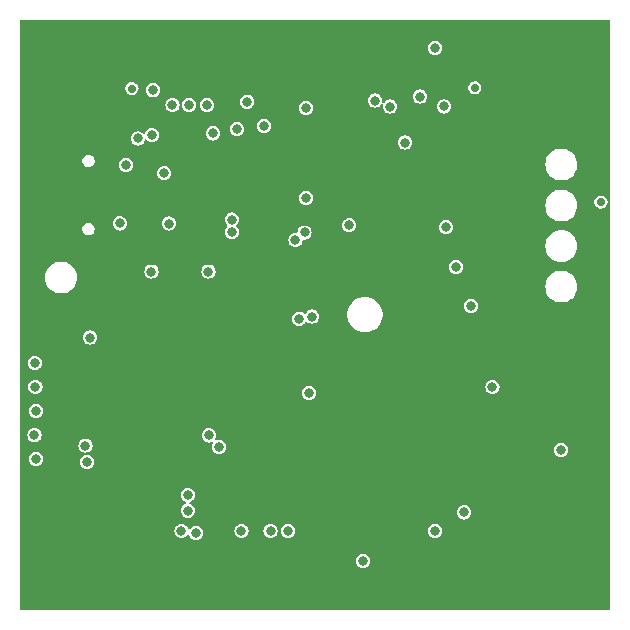
<source format=gbr>
G04 #@! TF.GenerationSoftware,KiCad,Pcbnew,(5.99.0-10394-g2e15de97e0)*
G04 #@! TF.CreationDate,2021-07-16T10:39:39+02:00*
G04 #@! TF.ProjectId,TFGPS01B,54464750-5330-4314-922e-6b696361645f,REV*
G04 #@! TF.SameCoordinates,Original*
G04 #@! TF.FileFunction,Copper,L1,Top*
G04 #@! TF.FilePolarity,Positive*
%FSLAX46Y46*%
G04 Gerber Fmt 4.6, Leading zero omitted, Abs format (unit mm)*
G04 Created by KiCad (PCBNEW (5.99.0-10394-g2e15de97e0)) date 2021-07-16 10:39:39*
%MOMM*%
%LPD*%
G01*
G04 APERTURE LIST*
G04 #@! TA.AperFunction,ComponentPad*
%ADD10C,6.000000*%
G04 #@! TD*
G04 #@! TA.AperFunction,ComponentPad*
%ADD11O,2.000000X1.000000*%
G04 #@! TD*
G04 #@! TA.AperFunction,ComponentPad*
%ADD12O,2.100000X1.050000*%
G04 #@! TD*
G04 #@! TA.AperFunction,ViaPad*
%ADD13C,0.800000*%
G04 #@! TD*
G04 #@! TA.AperFunction,ViaPad*
%ADD14C,0.700000*%
G04 #@! TD*
G04 #@! TA.AperFunction,ViaPad*
%ADD15C,0.600000*%
G04 #@! TD*
G04 APERTURE END LIST*
D10*
X45420000Y5380000D03*
X5380000Y5380000D03*
X45420000Y45420000D03*
X5380000Y45420000D03*
D11*
X2540000Y31240000D03*
X2540000Y39880000D03*
D12*
X6720000Y31240000D03*
X6720000Y39880000D03*
D13*
X19685000Y28575000D03*
X40640000Y48260000D03*
X36423600Y19812000D03*
X11430000Y12700000D03*
X18223610Y16246499D03*
X3810000Y38100000D03*
X3810000Y33020000D03*
X33426400Y23977600D03*
D14*
X34578000Y11430000D03*
D13*
X31115000Y38735000D03*
D15*
X44831000Y39624000D03*
D13*
X10160000Y9525000D03*
D14*
X35526400Y11430000D03*
D13*
X28549600Y19202400D03*
X41910000Y16510000D03*
X37388800Y28041600D03*
D14*
X32867600Y14173200D03*
D13*
X30073600Y20218400D03*
X9525000Y49530000D03*
D14*
X22961600Y14528800D03*
D13*
X16510000Y24765000D03*
D14*
X30784400Y11430000D03*
D13*
X32004000Y25400000D03*
X28448000Y20421600D03*
X31699200Y26466800D03*
D14*
X25857200Y12446000D03*
D13*
X31750000Y6985000D03*
X24130000Y44450000D03*
X11430000Y11430000D03*
X30480000Y22453600D03*
X35560000Y37465000D03*
X20747970Y28367969D03*
X31242000Y21742400D03*
D14*
X34300065Y13919200D03*
D13*
X29845000Y38735000D03*
X10160000Y8255000D03*
X33375600Y19050000D03*
X25247600Y16560800D03*
X40640000Y5080000D03*
X29667200Y23164800D03*
X15240000Y23495000D03*
X35610800Y27838400D03*
D14*
X24079200Y14427200D03*
D13*
X35356800Y21640800D03*
X29260800Y22199600D03*
D14*
X29870400Y11430000D03*
D13*
X31140400Y27381200D03*
X16510000Y21590000D03*
X32054800Y14325600D03*
X36423600Y20878800D03*
X8890000Y5080000D03*
X31115000Y37465000D03*
X27381200Y25298400D03*
X27076400Y19304000D03*
D14*
X34188400Y17475200D03*
D13*
X32715200Y24688800D03*
X17780000Y23495000D03*
X29845000Y37465000D03*
X9525000Y48260000D03*
X8890000Y2540000D03*
D15*
X43688000Y39624000D03*
D14*
X24790400Y12446000D03*
D13*
X41910000Y48260000D03*
X8890000Y3810000D03*
X35864800Y16814800D03*
X8890000Y1270000D03*
X35560000Y38735000D03*
D14*
X26568400Y14478000D03*
D13*
X37592000Y21209000D03*
X13335000Y11430000D03*
X38201600Y17780000D03*
X30861000Y40894000D03*
X28143200Y27279600D03*
X27178000Y4826000D03*
X28575000Y37465000D03*
X27482800Y26466800D03*
X29057600Y27736800D03*
X28575000Y38735000D03*
X28549600Y21488400D03*
X41275000Y6350000D03*
X36423600Y18694400D03*
D14*
X32681200Y11430000D03*
X31732800Y11430000D03*
D13*
X27686000Y24180800D03*
X3810000Y36830000D03*
D15*
X34338884Y12864203D03*
D13*
X41275000Y18415000D03*
X28575000Y44450000D03*
D15*
X39497000Y37211000D03*
D13*
X33324800Y20167600D03*
X29972000Y14325600D03*
X25857200Y11125200D03*
X3810000Y35560000D03*
X12065000Y20320000D03*
D14*
X24790400Y13716000D03*
D13*
X24130000Y45720000D03*
X30124400Y18084800D03*
X33324800Y27178000D03*
X3810000Y34290000D03*
X11430000Y8255000D03*
X35814000Y24130000D03*
X27432000Y22199600D03*
X27686000Y14732000D03*
X31013400Y14325600D03*
X38354000Y20320000D03*
X10160000Y16510000D03*
X13335000Y12700000D03*
X36830000Y37465000D03*
X24688800Y11074400D03*
X11430000Y9525000D03*
X49530000Y13970000D03*
X36830000Y38735000D03*
X28702000Y17729200D03*
X28854400Y14579600D03*
X21742400Y16052800D03*
D14*
X33477200Y18034000D03*
X21590000Y14224000D03*
D13*
X28575000Y40005000D03*
D14*
X33629600Y11430000D03*
D13*
X36525200Y17576800D03*
X28549600Y23418800D03*
X30124400Y27736800D03*
X26670000Y45720000D03*
D14*
X25806400Y13766800D03*
D13*
X28305725Y33013021D03*
X6350000Y23495000D03*
X24638000Y35306000D03*
X24638000Y42926000D03*
X24892000Y18796000D03*
X35560000Y48006000D03*
D14*
X49614001Y34967999D03*
D13*
X29464000Y4572000D03*
D14*
X9906000Y44577000D03*
D13*
X46228000Y13970000D03*
D14*
X38925500Y44640500D03*
D13*
X14626252Y8843348D03*
X36331688Y43062688D03*
X31750000Y43053000D03*
X37338000Y29464000D03*
X17272000Y14224000D03*
X6096000Y12954000D03*
X38608000Y26162000D03*
X34290000Y43903000D03*
X40424999Y19288997D03*
X14097000Y7112000D03*
X38030074Y8692139D03*
X16421990Y15212785D03*
X36499999Y32842001D03*
X5969000Y14351000D03*
X14630400Y10160000D03*
X33020000Y40005000D03*
X19177000Y7112000D03*
X35560000Y7112000D03*
X1727200Y19304000D03*
X21639041Y7101959D03*
X21082000Y41402000D03*
X11596000Y40654794D03*
X23114000Y7112000D03*
X11557000Y29083000D03*
X1676400Y21336000D03*
X1651000Y15240000D03*
X16764000Y40779989D03*
X1778000Y17272000D03*
X18796000Y41148000D03*
X13335000Y43180000D03*
X23749000Y31750000D03*
X24517223Y32390186D03*
X14732000Y43180000D03*
X16383000Y29083000D03*
X1778000Y13208000D03*
X16256000Y43180000D03*
X11684000Y44450000D03*
X19655000Y43464000D03*
X18359977Y32429000D03*
X24057948Y25091052D03*
X25146000Y25273000D03*
X18359977Y33479000D03*
X15324759Y6942759D03*
X30480000Y43561000D03*
X9398000Y38100000D03*
X8877000Y33160000D03*
X13019000Y33147000D03*
X12640000Y37410000D03*
X10400000Y40350000D03*
G04 #@! TA.AperFunction,Conductor*
G36*
X50364208Y50375178D02*
G01*
X50394648Y50322455D01*
X50396000Y50307000D01*
X50396000Y493000D01*
X50375178Y435792D01*
X50322455Y405352D01*
X50307000Y404000D01*
X493000Y404000D01*
X435792Y424822D01*
X405352Y477545D01*
X404000Y493000D01*
X404000Y4572000D01*
X28858500Y4572000D01*
X28879132Y4415285D01*
X28939622Y4269250D01*
X29035847Y4143847D01*
X29161250Y4047622D01*
X29307285Y3987132D01*
X29464000Y3966500D01*
X29620715Y3987132D01*
X29766750Y4047622D01*
X29892153Y4143847D01*
X29988378Y4269250D01*
X30048868Y4415285D01*
X30069500Y4572000D01*
X30048868Y4728715D01*
X29988378Y4874750D01*
X29892153Y5000153D01*
X29766750Y5096378D01*
X29620715Y5156868D01*
X29464000Y5177500D01*
X29307285Y5156868D01*
X29161250Y5096378D01*
X29035847Y5000153D01*
X28939622Y4874750D01*
X28879132Y4728715D01*
X28858500Y4572000D01*
X404000Y4572000D01*
X404000Y7112000D01*
X13491500Y7112000D01*
X13512132Y6955285D01*
X13572622Y6809250D01*
X13576172Y6804623D01*
X13576173Y6804622D01*
X13594565Y6780653D01*
X13668847Y6683847D01*
X13794250Y6587622D01*
X13940285Y6527132D01*
X14097000Y6506500D01*
X14253715Y6527132D01*
X14399750Y6587622D01*
X14525153Y6683847D01*
X14598260Y6779122D01*
X14649605Y6811832D01*
X14709964Y6803886D01*
X14751092Y6759002D01*
X14800381Y6640009D01*
X14803931Y6635382D01*
X14803932Y6635381D01*
X14845559Y6581132D01*
X14896606Y6514606D01*
X15022009Y6418381D01*
X15168044Y6357891D01*
X15324759Y6337259D01*
X15481474Y6357891D01*
X15627509Y6418381D01*
X15752912Y6514606D01*
X15803959Y6581132D01*
X15845586Y6635381D01*
X15845587Y6635382D01*
X15849137Y6640009D01*
X15909627Y6786044D01*
X15930259Y6942759D01*
X15909627Y7099474D01*
X15904439Y7112000D01*
X18571500Y7112000D01*
X18592132Y6955285D01*
X18652622Y6809250D01*
X18656172Y6804623D01*
X18656173Y6804622D01*
X18674565Y6780653D01*
X18748847Y6683847D01*
X18874250Y6587622D01*
X19020285Y6527132D01*
X19177000Y6506500D01*
X19333715Y6527132D01*
X19479750Y6587622D01*
X19605153Y6683847D01*
X19679435Y6780653D01*
X19697827Y6804622D01*
X19697828Y6804623D01*
X19701378Y6809250D01*
X19761868Y6955285D01*
X19781178Y7101959D01*
X21033541Y7101959D01*
X21054173Y6945244D01*
X21114663Y6799209D01*
X21118213Y6794582D01*
X21118214Y6794581D01*
X21130076Y6779122D01*
X21210888Y6673806D01*
X21215521Y6670251D01*
X21318578Y6591173D01*
X21336291Y6577581D01*
X21482326Y6517091D01*
X21639041Y6496459D01*
X21795756Y6517091D01*
X21941791Y6577581D01*
X21959505Y6591173D01*
X22062561Y6670251D01*
X22067194Y6673806D01*
X22148006Y6779122D01*
X22159868Y6794581D01*
X22159869Y6794582D01*
X22163419Y6799209D01*
X22223909Y6945244D01*
X22244541Y7101959D01*
X22243219Y7112000D01*
X22508500Y7112000D01*
X22529132Y6955285D01*
X22589622Y6809250D01*
X22593172Y6804623D01*
X22593173Y6804622D01*
X22611565Y6780653D01*
X22685847Y6683847D01*
X22811250Y6587622D01*
X22957285Y6527132D01*
X23114000Y6506500D01*
X23270715Y6527132D01*
X23416750Y6587622D01*
X23542153Y6683847D01*
X23616435Y6780653D01*
X23634827Y6804622D01*
X23634828Y6804623D01*
X23638378Y6809250D01*
X23698868Y6955285D01*
X23719500Y7112000D01*
X34954500Y7112000D01*
X34975132Y6955285D01*
X35035622Y6809250D01*
X35039172Y6804623D01*
X35039173Y6804622D01*
X35057565Y6780653D01*
X35131847Y6683847D01*
X35257250Y6587622D01*
X35403285Y6527132D01*
X35560000Y6506500D01*
X35716715Y6527132D01*
X35862750Y6587622D01*
X35988153Y6683847D01*
X36062435Y6780653D01*
X36080827Y6804622D01*
X36080828Y6804623D01*
X36084378Y6809250D01*
X36144868Y6955285D01*
X36165500Y7112000D01*
X36144868Y7268715D01*
X36084378Y7414750D01*
X36042468Y7469369D01*
X35991708Y7535520D01*
X35988153Y7540153D01*
X35971194Y7553166D01*
X35867378Y7632827D01*
X35867377Y7632828D01*
X35862750Y7636378D01*
X35716715Y7696868D01*
X35560000Y7717500D01*
X35403285Y7696868D01*
X35257250Y7636378D01*
X35252623Y7632828D01*
X35252622Y7632827D01*
X35148806Y7553166D01*
X35131847Y7540153D01*
X35128292Y7535520D01*
X35077533Y7469369D01*
X35035622Y7414750D01*
X34975132Y7268715D01*
X34954500Y7112000D01*
X23719500Y7112000D01*
X23698868Y7268715D01*
X23638378Y7414750D01*
X23596468Y7469369D01*
X23545708Y7535520D01*
X23542153Y7540153D01*
X23525194Y7553166D01*
X23421378Y7632827D01*
X23421377Y7632828D01*
X23416750Y7636378D01*
X23270715Y7696868D01*
X23114000Y7717500D01*
X22957285Y7696868D01*
X22811250Y7636378D01*
X22806623Y7632828D01*
X22806622Y7632827D01*
X22702806Y7553166D01*
X22685847Y7540153D01*
X22682292Y7535520D01*
X22631533Y7469369D01*
X22589622Y7414750D01*
X22529132Y7268715D01*
X22508500Y7112000D01*
X22243219Y7112000D01*
X22223909Y7258674D01*
X22163419Y7404709D01*
X22159850Y7409361D01*
X22070749Y7525479D01*
X22067194Y7530112D01*
X21941791Y7626337D01*
X21795756Y7686827D01*
X21639041Y7707459D01*
X21482326Y7686827D01*
X21336291Y7626337D01*
X21210888Y7530112D01*
X21207333Y7525479D01*
X21118233Y7409361D01*
X21114663Y7404709D01*
X21054173Y7258674D01*
X21033541Y7101959D01*
X19781178Y7101959D01*
X19782500Y7112000D01*
X19761868Y7268715D01*
X19701378Y7414750D01*
X19659468Y7469369D01*
X19608708Y7535520D01*
X19605153Y7540153D01*
X19588194Y7553166D01*
X19484378Y7632827D01*
X19484377Y7632828D01*
X19479750Y7636378D01*
X19333715Y7696868D01*
X19177000Y7717500D01*
X19020285Y7696868D01*
X18874250Y7636378D01*
X18869623Y7632828D01*
X18869622Y7632827D01*
X18765806Y7553166D01*
X18748847Y7540153D01*
X18745292Y7535520D01*
X18694533Y7469369D01*
X18652622Y7414750D01*
X18592132Y7268715D01*
X18571500Y7112000D01*
X15904439Y7112000D01*
X15849137Y7245509D01*
X15834899Y7264065D01*
X15756467Y7366279D01*
X15752912Y7370912D01*
X15627509Y7467137D01*
X15481474Y7527627D01*
X15324759Y7548259D01*
X15168044Y7527627D01*
X15022009Y7467137D01*
X14896606Y7370912D01*
X14893051Y7366279D01*
X14823499Y7275637D01*
X14772154Y7242927D01*
X14711795Y7250873D01*
X14670666Y7295758D01*
X14623610Y7409361D01*
X14621378Y7414750D01*
X14579468Y7469369D01*
X14528708Y7535520D01*
X14525153Y7540153D01*
X14508194Y7553166D01*
X14404378Y7632827D01*
X14404377Y7632828D01*
X14399750Y7636378D01*
X14253715Y7696868D01*
X14097000Y7717500D01*
X13940285Y7696868D01*
X13794250Y7636378D01*
X13789623Y7632828D01*
X13789622Y7632827D01*
X13685806Y7553166D01*
X13668847Y7540153D01*
X13665292Y7535520D01*
X13614533Y7469369D01*
X13572622Y7414750D01*
X13512132Y7268715D01*
X13491500Y7112000D01*
X404000Y7112000D01*
X404000Y8843348D01*
X14020752Y8843348D01*
X14041384Y8686633D01*
X14101874Y8540598D01*
X14198099Y8415195D01*
X14323502Y8318970D01*
X14469537Y8258480D01*
X14626252Y8237848D01*
X14782967Y8258480D01*
X14929002Y8318970D01*
X15054405Y8415195D01*
X15150630Y8540598D01*
X15211120Y8686633D01*
X15211845Y8692139D01*
X37424574Y8692139D01*
X37445206Y8535424D01*
X37505696Y8389389D01*
X37509246Y8384762D01*
X37509247Y8384761D01*
X37559730Y8318970D01*
X37601921Y8263986D01*
X37727324Y8167761D01*
X37873359Y8107271D01*
X38030074Y8086639D01*
X38186789Y8107271D01*
X38332824Y8167761D01*
X38458227Y8263986D01*
X38500418Y8318970D01*
X38550901Y8384761D01*
X38550902Y8384762D01*
X38554452Y8389389D01*
X38614942Y8535424D01*
X38635574Y8692139D01*
X38614942Y8848854D01*
X38554452Y8994889D01*
X38458227Y9120292D01*
X38332824Y9216517D01*
X38186789Y9277007D01*
X38030074Y9297639D01*
X37873359Y9277007D01*
X37727324Y9216517D01*
X37601921Y9120292D01*
X37505696Y8994889D01*
X37445206Y8848854D01*
X37424574Y8692139D01*
X15211845Y8692139D01*
X15231752Y8843348D01*
X15211120Y9000063D01*
X15150630Y9146098D01*
X15099321Y9212966D01*
X15057960Y9266868D01*
X15054405Y9271501D01*
X14929002Y9367726D01*
X14806206Y9418590D01*
X14761321Y9459720D01*
X14753375Y9520078D01*
X14786085Y9571424D01*
X14806206Y9583040D01*
X14810354Y9584758D01*
X14933150Y9635622D01*
X15058553Y9731847D01*
X15154778Y9857250D01*
X15215268Y10003285D01*
X15235900Y10160000D01*
X15215268Y10316715D01*
X15154778Y10462750D01*
X15058553Y10588153D01*
X14933150Y10684378D01*
X14787115Y10744868D01*
X14630400Y10765500D01*
X14473685Y10744868D01*
X14327650Y10684378D01*
X14202247Y10588153D01*
X14106022Y10462750D01*
X14045532Y10316715D01*
X14024900Y10160000D01*
X14045532Y10003285D01*
X14106022Y9857250D01*
X14202247Y9731847D01*
X14327650Y9635622D01*
X14450446Y9584758D01*
X14495331Y9543628D01*
X14503277Y9483270D01*
X14470567Y9431924D01*
X14450447Y9420309D01*
X14323502Y9367726D01*
X14198099Y9271501D01*
X14194544Y9266868D01*
X14153184Y9212966D01*
X14101874Y9146098D01*
X14041384Y9000063D01*
X14020752Y8843348D01*
X404000Y8843348D01*
X404000Y13208000D01*
X1172500Y13208000D01*
X1193132Y13051285D01*
X1253622Y12905250D01*
X1349847Y12779847D01*
X1475250Y12683622D01*
X1621285Y12623132D01*
X1778000Y12602500D01*
X1934715Y12623132D01*
X2080750Y12683622D01*
X2206153Y12779847D01*
X2302378Y12905250D01*
X2322571Y12954000D01*
X5490500Y12954000D01*
X5511132Y12797285D01*
X5571622Y12651250D01*
X5575172Y12646623D01*
X5575173Y12646622D01*
X5608445Y12603261D01*
X5667847Y12525847D01*
X5793250Y12429622D01*
X5939285Y12369132D01*
X6096000Y12348500D01*
X6252715Y12369132D01*
X6398750Y12429622D01*
X6524153Y12525847D01*
X6583555Y12603261D01*
X6616827Y12646622D01*
X6616828Y12646623D01*
X6620378Y12651250D01*
X6680868Y12797285D01*
X6701500Y12954000D01*
X6680868Y13110715D01*
X6620378Y13256750D01*
X6524153Y13382153D01*
X6444347Y13443390D01*
X6403378Y13474827D01*
X6403377Y13474828D01*
X6398750Y13478378D01*
X6252715Y13538868D01*
X6096000Y13559500D01*
X5939285Y13538868D01*
X5793250Y13478378D01*
X5788623Y13474828D01*
X5788622Y13474827D01*
X5747653Y13443390D01*
X5667847Y13382153D01*
X5571622Y13256750D01*
X5511132Y13110715D01*
X5490500Y12954000D01*
X2322571Y12954000D01*
X2362868Y13051285D01*
X2383500Y13208000D01*
X2362868Y13364715D01*
X2302378Y13510750D01*
X2280219Y13539629D01*
X2209708Y13631520D01*
X2206153Y13636153D01*
X2165627Y13667250D01*
X2085378Y13728827D01*
X2085377Y13728828D01*
X2080750Y13732378D01*
X1934715Y13792868D01*
X1778000Y13813500D01*
X1621285Y13792868D01*
X1475250Y13732378D01*
X1470623Y13728828D01*
X1470622Y13728827D01*
X1390373Y13667250D01*
X1349847Y13636153D01*
X1346292Y13631520D01*
X1275782Y13539629D01*
X1253622Y13510750D01*
X1193132Y13364715D01*
X1172500Y13208000D01*
X404000Y13208000D01*
X404000Y14351000D01*
X5363500Y14351000D01*
X5384132Y14194285D01*
X5444622Y14048250D01*
X5540847Y13922847D01*
X5666250Y13826622D01*
X5812285Y13766132D01*
X5969000Y13745500D01*
X6125715Y13766132D01*
X6271750Y13826622D01*
X6397153Y13922847D01*
X6493378Y14048250D01*
X6553868Y14194285D01*
X6574500Y14351000D01*
X6553868Y14507715D01*
X6493378Y14653750D01*
X6468498Y14686175D01*
X6400708Y14774520D01*
X6397153Y14779153D01*
X6354545Y14811847D01*
X6276378Y14871827D01*
X6276377Y14871828D01*
X6271750Y14875378D01*
X6151568Y14925159D01*
X6131106Y14933635D01*
X6125715Y14935868D01*
X5969000Y14956500D01*
X5812285Y14935868D01*
X5806894Y14933635D01*
X5786432Y14925159D01*
X5666250Y14875378D01*
X5661623Y14871828D01*
X5661622Y14871827D01*
X5583455Y14811847D01*
X5540847Y14779153D01*
X5537292Y14774520D01*
X5469503Y14686175D01*
X5444622Y14653750D01*
X5384132Y14507715D01*
X5363500Y14351000D01*
X404000Y14351000D01*
X404000Y15240000D01*
X1045500Y15240000D01*
X1066132Y15083285D01*
X1126622Y14937250D01*
X1222847Y14811847D01*
X1227480Y14808292D01*
X1305562Y14748378D01*
X1348250Y14715622D01*
X1419341Y14686175D01*
X1486449Y14658378D01*
X1494285Y14655132D01*
X1651000Y14634500D01*
X1807715Y14655132D01*
X1815552Y14658378D01*
X1882659Y14686175D01*
X1953750Y14715622D01*
X1996439Y14748378D01*
X2074520Y14808292D01*
X2079153Y14811847D01*
X2175378Y14937250D01*
X2235868Y15083285D01*
X2252917Y15212785D01*
X15816490Y15212785D01*
X15837122Y15056070D01*
X15897612Y14910035D01*
X15901162Y14905408D01*
X15901163Y14905407D01*
X15967180Y14819372D01*
X15993837Y14784632D01*
X16119240Y14688407D01*
X16265275Y14627917D01*
X16421990Y14607285D01*
X16578705Y14627917D01*
X16626031Y14647520D01*
X16636410Y14651819D01*
X16697232Y14654475D01*
X16745531Y14617413D01*
X16758708Y14557977D01*
X16748492Y14527884D01*
X16747622Y14526750D01*
X16687132Y14380715D01*
X16666500Y14224000D01*
X16687132Y14067285D01*
X16747622Y13921250D01*
X16843847Y13795847D01*
X16848480Y13792292D01*
X16926562Y13732378D01*
X16969250Y13699622D01*
X17115285Y13639132D01*
X17272000Y13618500D01*
X17428715Y13639132D01*
X17574750Y13699622D01*
X17617439Y13732378D01*
X17695520Y13792292D01*
X17700153Y13795847D01*
X17796378Y13921250D01*
X17816571Y13970000D01*
X45622500Y13970000D01*
X45643132Y13813285D01*
X45703622Y13667250D01*
X45707172Y13662623D01*
X45707173Y13662622D01*
X45740445Y13619261D01*
X45799847Y13541847D01*
X45804480Y13538292D01*
X45882562Y13478378D01*
X45925250Y13445622D01*
X46071285Y13385132D01*
X46228000Y13364500D01*
X46384715Y13385132D01*
X46530750Y13445622D01*
X46573439Y13478378D01*
X46651520Y13538292D01*
X46656153Y13541847D01*
X46715555Y13619261D01*
X46748827Y13662622D01*
X46748828Y13662623D01*
X46752378Y13667250D01*
X46812868Y13813285D01*
X46833500Y13970000D01*
X46812868Y14126715D01*
X46752378Y14272750D01*
X46656153Y14398153D01*
X46530750Y14494378D01*
X46384715Y14554868D01*
X46228000Y14575500D01*
X46071285Y14554868D01*
X45925250Y14494378D01*
X45799847Y14398153D01*
X45703622Y14272750D01*
X45643132Y14126715D01*
X45622500Y13970000D01*
X17816571Y13970000D01*
X17856868Y14067285D01*
X17877500Y14224000D01*
X17856868Y14380715D01*
X17796378Y14526750D01*
X17774219Y14555629D01*
X17703708Y14647520D01*
X17700153Y14652153D01*
X17620347Y14713390D01*
X17579378Y14744827D01*
X17579377Y14744828D01*
X17574750Y14748378D01*
X17428715Y14808868D01*
X17272000Y14829500D01*
X17115285Y14808868D01*
X17109894Y14806635D01*
X17057580Y14784966D01*
X16996758Y14782310D01*
X16948459Y14819372D01*
X16935282Y14878808D01*
X16945498Y14908901D01*
X16946368Y14910035D01*
X17006858Y15056070D01*
X17027490Y15212785D01*
X17006858Y15369500D01*
X16946368Y15515535D01*
X16850143Y15640938D01*
X16724740Y15737163D01*
X16578705Y15797653D01*
X16421990Y15818285D01*
X16265275Y15797653D01*
X16119240Y15737163D01*
X15993837Y15640938D01*
X15897612Y15515535D01*
X15837122Y15369500D01*
X15816490Y15212785D01*
X2252917Y15212785D01*
X2256500Y15240000D01*
X2235868Y15396715D01*
X2175378Y15542750D01*
X2079153Y15668153D01*
X1953750Y15764378D01*
X1807715Y15824868D01*
X1651000Y15845500D01*
X1494285Y15824868D01*
X1348250Y15764378D01*
X1222847Y15668153D01*
X1126622Y15542750D01*
X1066132Y15396715D01*
X1045500Y15240000D01*
X404000Y15240000D01*
X404000Y17272000D01*
X1172500Y17272000D01*
X1193132Y17115285D01*
X1253622Y16969250D01*
X1349847Y16843847D01*
X1475250Y16747622D01*
X1621285Y16687132D01*
X1778000Y16666500D01*
X1934715Y16687132D01*
X2080750Y16747622D01*
X2206153Y16843847D01*
X2302378Y16969250D01*
X2362868Y17115285D01*
X2383500Y17272000D01*
X2362868Y17428715D01*
X2302378Y17574750D01*
X2206153Y17700153D01*
X2080750Y17796378D01*
X1934715Y17856868D01*
X1778000Y17877500D01*
X1621285Y17856868D01*
X1475250Y17796378D01*
X1349847Y17700153D01*
X1253622Y17574750D01*
X1193132Y17428715D01*
X1172500Y17272000D01*
X404000Y17272000D01*
X404000Y19304000D01*
X1121700Y19304000D01*
X1142332Y19147285D01*
X1202822Y19001250D01*
X1206372Y18996623D01*
X1206373Y18996622D01*
X1240064Y18952715D01*
X1299047Y18875847D01*
X1424450Y18779622D01*
X1570485Y18719132D01*
X1727200Y18698500D01*
X1883915Y18719132D01*
X2029950Y18779622D01*
X2051294Y18796000D01*
X24286500Y18796000D01*
X24307132Y18639285D01*
X24367622Y18493250D01*
X24463847Y18367847D01*
X24589250Y18271622D01*
X24735285Y18211132D01*
X24892000Y18190500D01*
X25048715Y18211132D01*
X25194750Y18271622D01*
X25320153Y18367847D01*
X25416378Y18493250D01*
X25476868Y18639285D01*
X25497500Y18796000D01*
X25476868Y18952715D01*
X25416378Y19098750D01*
X25383273Y19141894D01*
X25323708Y19219520D01*
X25320153Y19224153D01*
X25235647Y19288997D01*
X39819499Y19288997D01*
X39840131Y19132282D01*
X39900621Y18986247D01*
X39996846Y18860844D01*
X40001479Y18857289D01*
X40102697Y18779622D01*
X40122249Y18764619D01*
X40268284Y18704129D01*
X40424999Y18683497D01*
X40581714Y18704129D01*
X40727749Y18764619D01*
X40747302Y18779622D01*
X40848519Y18857289D01*
X40853152Y18860844D01*
X40949377Y18986247D01*
X41009867Y19132282D01*
X41030499Y19288997D01*
X41009867Y19445712D01*
X40949377Y19591747D01*
X40853152Y19717150D01*
X40727749Y19813375D01*
X40581714Y19873865D01*
X40424999Y19894497D01*
X40268284Y19873865D01*
X40122249Y19813375D01*
X39996846Y19717150D01*
X39900621Y19591747D01*
X39840131Y19445712D01*
X39819499Y19288997D01*
X25235647Y19288997D01*
X25194750Y19320378D01*
X25048715Y19380868D01*
X24892000Y19401500D01*
X24735285Y19380868D01*
X24589250Y19320378D01*
X24463847Y19224153D01*
X24460292Y19219520D01*
X24400728Y19141894D01*
X24367622Y19098750D01*
X24307132Y18952715D01*
X24286500Y18796000D01*
X2051294Y18796000D01*
X2155353Y18875847D01*
X2214336Y18952715D01*
X2248027Y18996622D01*
X2248028Y18996623D01*
X2251578Y19001250D01*
X2312068Y19147285D01*
X2332700Y19304000D01*
X2312068Y19460715D01*
X2251578Y19606750D01*
X2155353Y19732153D01*
X2054130Y19809824D01*
X2034578Y19824827D01*
X2034577Y19824828D01*
X2029950Y19828378D01*
X1883915Y19888868D01*
X1727200Y19909500D01*
X1570485Y19888868D01*
X1424450Y19828378D01*
X1419823Y19824828D01*
X1419822Y19824827D01*
X1400270Y19809824D01*
X1299047Y19732153D01*
X1202822Y19606750D01*
X1142332Y19460715D01*
X1121700Y19304000D01*
X404000Y19304000D01*
X404000Y21336000D01*
X1070900Y21336000D01*
X1091532Y21179285D01*
X1152022Y21033250D01*
X1248247Y20907847D01*
X1373650Y20811622D01*
X1519685Y20751132D01*
X1676400Y20730500D01*
X1833115Y20751132D01*
X1979150Y20811622D01*
X2104553Y20907847D01*
X2200778Y21033250D01*
X2261268Y21179285D01*
X2281900Y21336000D01*
X2261268Y21492715D01*
X2200778Y21638750D01*
X2104553Y21764153D01*
X1979150Y21860378D01*
X1833115Y21920868D01*
X1676400Y21941500D01*
X1519685Y21920868D01*
X1373650Y21860378D01*
X1248247Y21764153D01*
X1152022Y21638750D01*
X1091532Y21492715D01*
X1070900Y21336000D01*
X404000Y21336000D01*
X404000Y23495000D01*
X5744500Y23495000D01*
X5765132Y23338285D01*
X5825622Y23192250D01*
X5921847Y23066847D01*
X6047250Y22970622D01*
X6193285Y22910132D01*
X6350000Y22889500D01*
X6506715Y22910132D01*
X6652750Y22970622D01*
X6778153Y23066847D01*
X6874378Y23192250D01*
X6934868Y23338285D01*
X6955500Y23495000D01*
X6934868Y23651715D01*
X6874378Y23797750D01*
X6778153Y23923153D01*
X6743623Y23949649D01*
X6657378Y24015827D01*
X6657377Y24015828D01*
X6652750Y24019378D01*
X6506715Y24079868D01*
X6350000Y24100500D01*
X6193285Y24079868D01*
X6047250Y24019378D01*
X6042623Y24015828D01*
X6042622Y24015827D01*
X5956377Y23949649D01*
X5921847Y23923153D01*
X5825622Y23797750D01*
X5765132Y23651715D01*
X5744500Y23495000D01*
X404000Y23495000D01*
X404000Y25091052D01*
X23452448Y25091052D01*
X23473080Y24934337D01*
X23533570Y24788302D01*
X23537120Y24783675D01*
X23537121Y24783674D01*
X23565730Y24746390D01*
X23629795Y24662899D01*
X23634428Y24659344D01*
X23689783Y24616869D01*
X23755198Y24566674D01*
X23901233Y24506184D01*
X24057948Y24485552D01*
X24214663Y24506184D01*
X24360698Y24566674D01*
X24426114Y24616869D01*
X24481468Y24659344D01*
X24486101Y24662899D01*
X24550166Y24746390D01*
X24578775Y24783674D01*
X24578776Y24783675D01*
X24582326Y24788302D01*
X24588398Y24802961D01*
X24629528Y24847846D01*
X24689886Y24855792D01*
X24724801Y24839511D01*
X24843250Y24748622D01*
X24989285Y24688132D01*
X25146000Y24667500D01*
X25302715Y24688132D01*
X25448750Y24748622D01*
X25574153Y24844847D01*
X25642821Y24934337D01*
X25666827Y24965622D01*
X25666828Y24965623D01*
X25670378Y24970250D01*
X25730868Y25116285D01*
X25751500Y25273000D01*
X25742023Y25344982D01*
X28124167Y25344982D01*
X28161486Y25101104D01*
X28238135Y24866595D01*
X28352056Y24647755D01*
X28354250Y24644833D01*
X28497997Y24453379D01*
X28498001Y24453375D01*
X28500190Y24450459D01*
X28678558Y24280007D01*
X28882371Y24140975D01*
X28885681Y24139439D01*
X28885682Y24139438D01*
X29018826Y24077635D01*
X29106154Y24037099D01*
X29109671Y24036124D01*
X29109670Y24036124D01*
X29340380Y23972142D01*
X29340384Y23972141D01*
X29343897Y23971167D01*
X29347522Y23970780D01*
X29347525Y23970779D01*
X29544276Y23949752D01*
X29546634Y23949500D01*
X29686815Y23949500D01*
X29871887Y23964716D01*
X30111171Y24024820D01*
X30114515Y24026274D01*
X30114518Y24026275D01*
X30285223Y24100500D01*
X30337425Y24123198D01*
X30340487Y24125179D01*
X30340491Y24125181D01*
X30541499Y24255219D01*
X30544574Y24257208D01*
X30727053Y24423251D01*
X30776856Y24486313D01*
X30877701Y24614004D01*
X30877704Y24614009D01*
X30879963Y24616869D01*
X30999197Y24832861D01*
X31081553Y25065426D01*
X31091643Y25122068D01*
X31096713Y25150535D01*
X31124819Y25308320D01*
X31127833Y25555018D01*
X31090514Y25798896D01*
X31013865Y26033405D01*
X30946923Y26162000D01*
X38002500Y26162000D01*
X38023132Y26005285D01*
X38083622Y25859250D01*
X38087172Y25854623D01*
X38087173Y25854622D01*
X38127271Y25802365D01*
X38179847Y25733847D01*
X38184480Y25730292D01*
X38228493Y25696520D01*
X38305250Y25637622D01*
X38358826Y25615430D01*
X38443449Y25580378D01*
X38451285Y25577132D01*
X38608000Y25556500D01*
X38764715Y25577132D01*
X38772552Y25580378D01*
X38857174Y25615430D01*
X38910750Y25637622D01*
X38987508Y25696520D01*
X39031520Y25730292D01*
X39036153Y25733847D01*
X39088729Y25802365D01*
X39128827Y25854622D01*
X39128828Y25854623D01*
X39132378Y25859250D01*
X39192868Y26005285D01*
X39213500Y26162000D01*
X39192868Y26318715D01*
X39132378Y26464750D01*
X39073952Y26540893D01*
X39039708Y26585520D01*
X39036153Y26590153D01*
X38970764Y26640328D01*
X38915378Y26682827D01*
X38915377Y26682828D01*
X38910750Y26686378D01*
X38764715Y26746868D01*
X38608000Y26767500D01*
X38451285Y26746868D01*
X38305250Y26686378D01*
X38300623Y26682828D01*
X38300622Y26682827D01*
X38245236Y26640328D01*
X38179847Y26590153D01*
X38176292Y26585520D01*
X38142049Y26540893D01*
X38083622Y26464750D01*
X38023132Y26318715D01*
X38002500Y26162000D01*
X30946923Y26162000D01*
X30899944Y26252245D01*
X30845989Y26324106D01*
X30754003Y26446621D01*
X30753999Y26446625D01*
X30751810Y26449541D01*
X30573442Y26619993D01*
X30369629Y26759025D01*
X30145846Y26862901D01*
X30098367Y26876068D01*
X29911620Y26927858D01*
X29911616Y26927859D01*
X29908103Y26928833D01*
X29904478Y26929220D01*
X29904475Y26929221D01*
X29707724Y26950248D01*
X29705366Y26950500D01*
X29565185Y26950500D01*
X29380113Y26935284D01*
X29140829Y26875180D01*
X29137485Y26873726D01*
X29137482Y26873725D01*
X29027702Y26825991D01*
X28914575Y26776802D01*
X28911513Y26774821D01*
X28911509Y26774819D01*
X28864852Y26744635D01*
X28707426Y26642792D01*
X28524947Y26476749D01*
X28501153Y26446621D01*
X28374299Y26285996D01*
X28374296Y26285991D01*
X28372037Y26283131D01*
X28252803Y26067139D01*
X28251583Y26063693D01*
X28181094Y25864639D01*
X28170447Y25834574D01*
X28127181Y25591680D01*
X28127136Y25588034D01*
X28127136Y25588029D01*
X28126259Y25516206D01*
X28124167Y25344982D01*
X25742023Y25344982D01*
X25730868Y25429715D01*
X25670378Y25575750D01*
X25658155Y25591680D01*
X25577708Y25696520D01*
X25574153Y25701153D01*
X25531545Y25733847D01*
X25453378Y25793827D01*
X25453377Y25793828D01*
X25448750Y25797378D01*
X25328568Y25847159D01*
X25308106Y25855635D01*
X25302715Y25857868D01*
X25146000Y25878500D01*
X24989285Y25857868D01*
X24983894Y25855635D01*
X24963432Y25847159D01*
X24843250Y25797378D01*
X24838623Y25793828D01*
X24838622Y25793827D01*
X24760455Y25733847D01*
X24717847Y25701153D01*
X24714292Y25696520D01*
X24633846Y25591680D01*
X24621622Y25575750D01*
X24619390Y25570361D01*
X24615550Y25561091D01*
X24574420Y25516206D01*
X24514062Y25508260D01*
X24479147Y25524541D01*
X24360698Y25615430D01*
X24214663Y25675920D01*
X24057948Y25696552D01*
X23901233Y25675920D01*
X23755198Y25615430D01*
X23629795Y25519205D01*
X23626240Y25514572D01*
X23556690Y25423932D01*
X23533570Y25393802D01*
X23473080Y25247767D01*
X23452448Y25091052D01*
X404000Y25091052D01*
X404000Y28575000D01*
X2549500Y28575000D01*
X2570093Y28339620D01*
X2631247Y28111392D01*
X2731103Y27897250D01*
X2866627Y27703701D01*
X3033701Y27536627D01*
X3227250Y27401103D01*
X3441392Y27301247D01*
X3445154Y27300239D01*
X3665861Y27241100D01*
X3665863Y27241100D01*
X3669620Y27240093D01*
X3723794Y27235353D01*
X3845913Y27224669D01*
X3845924Y27224669D01*
X3847850Y27224500D01*
X3962150Y27224500D01*
X3964076Y27224669D01*
X3964087Y27224669D01*
X4086206Y27235353D01*
X4140380Y27240093D01*
X4144137Y27241100D01*
X4144139Y27241100D01*
X4364846Y27300239D01*
X4368608Y27301247D01*
X4582750Y27401103D01*
X4776299Y27536627D01*
X4943373Y27703701D01*
X5019905Y27813000D01*
X44904500Y27813000D01*
X44925093Y27577620D01*
X44926100Y27573863D01*
X44926100Y27573861D01*
X44936077Y27536627D01*
X44986247Y27349392D01*
X45086103Y27135250D01*
X45221627Y26941701D01*
X45388701Y26774627D01*
X45399966Y26766739D01*
X45576982Y26642792D01*
X45582250Y26639103D01*
X45796392Y26539247D01*
X45800154Y26538239D01*
X46020861Y26479100D01*
X46020863Y26479100D01*
X46024620Y26478093D01*
X46078794Y26473353D01*
X46200913Y26462669D01*
X46200924Y26462669D01*
X46202850Y26462500D01*
X46317150Y26462500D01*
X46319076Y26462669D01*
X46319087Y26462669D01*
X46441206Y26473353D01*
X46495380Y26478093D01*
X46499137Y26479100D01*
X46499139Y26479100D01*
X46719846Y26538239D01*
X46723608Y26539247D01*
X46937750Y26639103D01*
X46943019Y26642792D01*
X47120034Y26766739D01*
X47131299Y26774627D01*
X47298373Y26941701D01*
X47433897Y27135250D01*
X47533753Y27349392D01*
X47583923Y27536627D01*
X47593900Y27573861D01*
X47593900Y27573863D01*
X47594907Y27577620D01*
X47615500Y27813000D01*
X47594907Y28048380D01*
X47533753Y28276608D01*
X47433897Y28490750D01*
X47298373Y28684299D01*
X47131299Y28851373D01*
X46937750Y28986897D01*
X46723608Y29086753D01*
X46692083Y29095200D01*
X46499139Y29146900D01*
X46499137Y29146900D01*
X46495380Y29147907D01*
X46441206Y29152647D01*
X46319087Y29163331D01*
X46319076Y29163331D01*
X46317150Y29163500D01*
X46202850Y29163500D01*
X46200924Y29163331D01*
X46200913Y29163331D01*
X46078794Y29152647D01*
X46024620Y29147907D01*
X46020863Y29146900D01*
X46020861Y29146900D01*
X45827917Y29095200D01*
X45796392Y29086753D01*
X45582250Y28986897D01*
X45388701Y28851373D01*
X45221627Y28684299D01*
X45086103Y28490750D01*
X44986247Y28276608D01*
X44925093Y28048380D01*
X44904500Y27813000D01*
X5019905Y27813000D01*
X5078897Y27897250D01*
X5178753Y28111392D01*
X5239907Y28339620D01*
X5260500Y28575000D01*
X5239907Y28810380D01*
X5229659Y28848628D01*
X5179761Y29034846D01*
X5178753Y29038608D01*
X5158053Y29083000D01*
X10951500Y29083000D01*
X10972132Y28926285D01*
X11032622Y28780250D01*
X11128847Y28654847D01*
X11254250Y28558622D01*
X11400285Y28498132D01*
X11557000Y28477500D01*
X11713715Y28498132D01*
X11859750Y28558622D01*
X11985153Y28654847D01*
X12081378Y28780250D01*
X12141868Y28926285D01*
X12162500Y29083000D01*
X15777500Y29083000D01*
X15798132Y28926285D01*
X15858622Y28780250D01*
X15954847Y28654847D01*
X16080250Y28558622D01*
X16226285Y28498132D01*
X16383000Y28477500D01*
X16539715Y28498132D01*
X16685750Y28558622D01*
X16811153Y28654847D01*
X16907378Y28780250D01*
X16967868Y28926285D01*
X16988500Y29083000D01*
X16967868Y29239715D01*
X16907378Y29385750D01*
X16847335Y29464000D01*
X36732500Y29464000D01*
X36753132Y29307285D01*
X36813622Y29161250D01*
X36817172Y29156623D01*
X36817173Y29156622D01*
X36873665Y29083000D01*
X36909847Y29035847D01*
X36914480Y29032292D01*
X36976544Y28984669D01*
X37035250Y28939622D01*
X37181285Y28879132D01*
X37338000Y28858500D01*
X37494715Y28879132D01*
X37640750Y28939622D01*
X37699457Y28984669D01*
X37761520Y29032292D01*
X37766153Y29035847D01*
X37802335Y29083000D01*
X37858827Y29156622D01*
X37858828Y29156623D01*
X37862378Y29161250D01*
X37922868Y29307285D01*
X37943500Y29464000D01*
X37922868Y29620715D01*
X37862378Y29766750D01*
X37798682Y29849761D01*
X37769708Y29887520D01*
X37766153Y29892153D01*
X37640750Y29988378D01*
X37494715Y30048868D01*
X37338000Y30069500D01*
X37181285Y30048868D01*
X37035250Y29988378D01*
X36909847Y29892153D01*
X36906292Y29887520D01*
X36877319Y29849761D01*
X36813622Y29766750D01*
X36753132Y29620715D01*
X36732500Y29464000D01*
X16847335Y29464000D01*
X16811153Y29511153D01*
X16685750Y29607378D01*
X16539715Y29667868D01*
X16383000Y29688500D01*
X16226285Y29667868D01*
X16080250Y29607378D01*
X15954847Y29511153D01*
X15858622Y29385750D01*
X15798132Y29239715D01*
X15777500Y29083000D01*
X12162500Y29083000D01*
X12141868Y29239715D01*
X12081378Y29385750D01*
X11985153Y29511153D01*
X11859750Y29607378D01*
X11713715Y29667868D01*
X11557000Y29688500D01*
X11400285Y29667868D01*
X11254250Y29607378D01*
X11128847Y29511153D01*
X11032622Y29385750D01*
X10972132Y29239715D01*
X10951500Y29083000D01*
X5158053Y29083000D01*
X5078897Y29252750D01*
X4943373Y29446299D01*
X4776299Y29613373D01*
X4582750Y29748897D01*
X4368608Y29848753D01*
X4223929Y29887520D01*
X4144139Y29908900D01*
X4144137Y29908900D01*
X4140380Y29909907D01*
X4086206Y29914647D01*
X3964087Y29925331D01*
X3964076Y29925331D01*
X3962150Y29925500D01*
X3847850Y29925500D01*
X3845924Y29925331D01*
X3845913Y29925331D01*
X3723794Y29914647D01*
X3669620Y29909907D01*
X3665863Y29908900D01*
X3665861Y29908900D01*
X3586071Y29887520D01*
X3441392Y29848753D01*
X3227250Y29748897D01*
X3033701Y29613373D01*
X2866627Y29446299D01*
X2731103Y29252750D01*
X2631247Y29038608D01*
X2630239Y29034846D01*
X2580342Y28848628D01*
X2570093Y28810380D01*
X2549500Y28575000D01*
X404000Y28575000D01*
X404000Y31750000D01*
X23143500Y31750000D01*
X23164132Y31593285D01*
X23224622Y31447250D01*
X23320847Y31321847D01*
X23446250Y31225622D01*
X23592285Y31165132D01*
X23749000Y31144500D01*
X23905715Y31165132D01*
X24051750Y31225622D01*
X24073094Y31242000D01*
X44904500Y31242000D01*
X44925093Y31006620D01*
X44986247Y30778392D01*
X45086103Y30564250D01*
X45221627Y30370701D01*
X45388701Y30203627D01*
X45582250Y30068103D01*
X45796392Y29968247D01*
X45800154Y29967239D01*
X46020861Y29908100D01*
X46020863Y29908100D01*
X46024620Y29907093D01*
X46078794Y29902353D01*
X46200913Y29891669D01*
X46200924Y29891669D01*
X46202850Y29891500D01*
X46317150Y29891500D01*
X46319076Y29891669D01*
X46319087Y29891669D01*
X46441206Y29902353D01*
X46495380Y29907093D01*
X46499137Y29908100D01*
X46499139Y29908100D01*
X46719846Y29967239D01*
X46723608Y29968247D01*
X46937750Y30068103D01*
X47131299Y30203627D01*
X47298373Y30370701D01*
X47433897Y30564250D01*
X47533753Y30778392D01*
X47594907Y31006620D01*
X47615500Y31242000D01*
X47594907Y31477380D01*
X47533753Y31705608D01*
X47433897Y31919750D01*
X47298373Y32113299D01*
X47131299Y32280373D01*
X46937750Y32415897D01*
X46723608Y32515753D01*
X46635913Y32539251D01*
X46499139Y32575900D01*
X46499137Y32575900D01*
X46495380Y32576907D01*
X46441206Y32581647D01*
X46319087Y32592331D01*
X46319076Y32592331D01*
X46317150Y32592500D01*
X46202850Y32592500D01*
X46200924Y32592331D01*
X46200913Y32592331D01*
X46078794Y32581647D01*
X46024620Y32576907D01*
X46020863Y32575900D01*
X46020861Y32575900D01*
X45884087Y32539251D01*
X45796392Y32515753D01*
X45582250Y32415897D01*
X45388701Y32280373D01*
X45221627Y32113299D01*
X45086103Y31919750D01*
X44986247Y31705608D01*
X44925093Y31477380D01*
X44904500Y31242000D01*
X24073094Y31242000D01*
X24177153Y31321847D01*
X24273378Y31447250D01*
X24333868Y31593285D01*
X24350144Y31716914D01*
X24378255Y31770915D01*
X24434501Y31794212D01*
X24450000Y31793536D01*
X24511443Y31785447D01*
X24517223Y31784686D01*
X24673938Y31805318D01*
X24819973Y31865808D01*
X24870557Y31904622D01*
X24940743Y31958478D01*
X24945376Y31962033D01*
X24978714Y32005480D01*
X25038050Y32082808D01*
X25038051Y32082809D01*
X25041601Y32087436D01*
X25102091Y32233471D01*
X25122723Y32390186D01*
X25102091Y32546901D01*
X25041601Y32692936D01*
X25028300Y32710271D01*
X24948931Y32813706D01*
X24945376Y32818339D01*
X24900830Y32852520D01*
X24824601Y32911013D01*
X24824600Y32911014D01*
X24819973Y32914564D01*
X24673938Y32975054D01*
X24517223Y32995686D01*
X24360508Y32975054D01*
X24214473Y32914564D01*
X24209846Y32911014D01*
X24209845Y32911013D01*
X24133616Y32852520D01*
X24089070Y32818339D01*
X24085515Y32813706D01*
X24006147Y32710271D01*
X23992845Y32692936D01*
X23932355Y32546901D01*
X23916621Y32427392D01*
X23916079Y32423272D01*
X23887968Y32369271D01*
X23831722Y32345974D01*
X23816223Y32346650D01*
X23754780Y32354739D01*
X23749000Y32355500D01*
X23592285Y32334868D01*
X23446250Y32274378D01*
X23441623Y32270828D01*
X23441622Y32270827D01*
X23426686Y32259366D01*
X23320847Y32178153D01*
X23317292Y32173520D01*
X23255373Y32092825D01*
X23224622Y32052750D01*
X23164132Y31906715D01*
X23143500Y31750000D01*
X404000Y31750000D01*
X404000Y32603511D01*
X5693683Y32603511D01*
X5695254Y32597648D01*
X5723511Y32492194D01*
X5730952Y32464423D01*
X5804251Y32340481D01*
X5908180Y32240816D01*
X6035083Y32172772D01*
X6175609Y32141361D01*
X6247507Y32145129D01*
X6313347Y32148579D01*
X6313350Y32148580D01*
X6319406Y32148897D01*
X6455879Y32194825D01*
X6460899Y32198236D01*
X6460902Y32198238D01*
X6521254Y32239254D01*
X6574974Y32275762D01*
X6580754Y32282601D01*
X6663999Y32381109D01*
X6667916Y32385744D01*
X6679156Y32410293D01*
X6725331Y32511150D01*
X6727858Y32516669D01*
X6731731Y32541118D01*
X6749873Y32655663D01*
X6749873Y32655665D01*
X6750384Y32658890D01*
X6750500Y32670000D01*
X6730958Y32812662D01*
X6673771Y32944813D01*
X6583152Y33056718D01*
X6514341Y33105620D01*
X6470728Y33136614D01*
X6465779Y33140131D01*
X6410590Y33160000D01*
X8271500Y33160000D01*
X8292132Y33003285D01*
X8352622Y32857250D01*
X8356172Y32852623D01*
X8356173Y32852622D01*
X8391447Y32806652D01*
X8448847Y32731847D01*
X8453480Y32728292D01*
X8543927Y32658890D01*
X8574250Y32635622D01*
X8720285Y32575132D01*
X8877000Y32554500D01*
X9033715Y32575132D01*
X9179750Y32635622D01*
X9210074Y32658890D01*
X9300520Y32728292D01*
X9305153Y32731847D01*
X9362553Y32806652D01*
X9397827Y32852622D01*
X9397828Y32852623D01*
X9401378Y32857250D01*
X9461868Y33003285D01*
X9480789Y33147000D01*
X12413500Y33147000D01*
X12434132Y32990285D01*
X12494622Y32844250D01*
X12590847Y32718847D01*
X12595480Y32715292D01*
X12668985Y32658890D01*
X12716250Y32622622D01*
X12862285Y32562132D01*
X13019000Y32541500D01*
X13175715Y32562132D01*
X13321750Y32622622D01*
X13369016Y32658890D01*
X13442520Y32715292D01*
X13447153Y32718847D01*
X13543378Y32844250D01*
X13603868Y32990285D01*
X13624500Y33147000D01*
X13603868Y33303715D01*
X13543378Y33449750D01*
X13520934Y33479000D01*
X17754477Y33479000D01*
X17775109Y33322285D01*
X17835599Y33176250D01*
X17839149Y33171623D01*
X17839150Y33171622D01*
X17840597Y33169736D01*
X17931824Y33050847D01*
X17936457Y33047292D01*
X17966019Y33024608D01*
X17998729Y32973263D01*
X17990783Y32912904D01*
X17966019Y32883392D01*
X17938593Y32862347D01*
X17931824Y32857153D01*
X17835599Y32731750D01*
X17775109Y32585715D01*
X17754477Y32429000D01*
X17775109Y32272285D01*
X17835599Y32126250D01*
X17839149Y32121623D01*
X17839150Y32121622D01*
X17847978Y32110117D01*
X17931824Y32000847D01*
X17936457Y31997292D01*
X18047474Y31912106D01*
X18057227Y31904622D01*
X18203262Y31844132D01*
X18359977Y31823500D01*
X18516692Y31844132D01*
X18662727Y31904622D01*
X18672481Y31912106D01*
X18783497Y31997292D01*
X18788130Y32000847D01*
X18871976Y32110117D01*
X18880804Y32121622D01*
X18880805Y32121623D01*
X18884355Y32126250D01*
X18944845Y32272285D01*
X18965477Y32429000D01*
X18944845Y32585715D01*
X18884355Y32731750D01*
X18788130Y32857153D01*
X18781361Y32862347D01*
X18753935Y32883392D01*
X18721225Y32934737D01*
X18729171Y32995096D01*
X18744212Y33013021D01*
X27700225Y33013021D01*
X27720857Y32856306D01*
X27781347Y32710271D01*
X27784897Y32705644D01*
X27784898Y32705643D01*
X27804655Y32679895D01*
X27877572Y32584868D01*
X27882205Y32581313D01*
X27969790Y32514107D01*
X28002975Y32488643D01*
X28149010Y32428153D01*
X28305725Y32407521D01*
X28462440Y32428153D01*
X28608475Y32488643D01*
X28641661Y32514107D01*
X28729245Y32581313D01*
X28733878Y32584868D01*
X28806795Y32679895D01*
X28826552Y32705643D01*
X28826553Y32705644D01*
X28830103Y32710271D01*
X28884668Y32842001D01*
X35894499Y32842001D01*
X35915131Y32685286D01*
X35975621Y32539251D01*
X35979171Y32534624D01*
X35979172Y32534623D01*
X36028543Y32470281D01*
X36071846Y32413848D01*
X36076479Y32410293D01*
X36182364Y32329045D01*
X36197249Y32317623D01*
X36343284Y32257133D01*
X36499999Y32236501D01*
X36656714Y32257133D01*
X36802749Y32317623D01*
X36817635Y32329045D01*
X36923519Y32410293D01*
X36928152Y32413848D01*
X36971455Y32470281D01*
X37020826Y32534623D01*
X37020827Y32534624D01*
X37024377Y32539251D01*
X37084867Y32685286D01*
X37105499Y32842001D01*
X37084867Y32998716D01*
X37024377Y33144751D01*
X37005206Y33169736D01*
X36931707Y33265521D01*
X36928152Y33270154D01*
X36868703Y33315771D01*
X36807377Y33362828D01*
X36807376Y33362829D01*
X36802749Y33366379D01*
X36656714Y33426869D01*
X36499999Y33447501D01*
X36343284Y33426869D01*
X36197249Y33366379D01*
X36192622Y33362829D01*
X36192621Y33362828D01*
X36131295Y33315771D01*
X36071846Y33270154D01*
X36068291Y33265521D01*
X35994793Y33169736D01*
X35975621Y33144751D01*
X35915131Y32998716D01*
X35894499Y32842001D01*
X28884668Y32842001D01*
X28890593Y32856306D01*
X28911225Y33013021D01*
X28890593Y33169736D01*
X28830103Y33315771D01*
X28814510Y33336093D01*
X28737433Y33436541D01*
X28733878Y33441174D01*
X28684582Y33479000D01*
X28613103Y33533848D01*
X28613102Y33533849D01*
X28608475Y33537399D01*
X28462440Y33597889D01*
X28305725Y33618521D01*
X28149010Y33597889D01*
X28002975Y33537399D01*
X27998348Y33533849D01*
X27998347Y33533848D01*
X27926868Y33479000D01*
X27877572Y33441174D01*
X27874017Y33436541D01*
X27796941Y33336093D01*
X27781347Y33315771D01*
X27720857Y33169736D01*
X27700225Y33013021D01*
X18744212Y33013021D01*
X18753935Y33024608D01*
X18783497Y33047292D01*
X18788130Y33050847D01*
X18879357Y33169736D01*
X18880804Y33171622D01*
X18880805Y33171623D01*
X18884355Y33176250D01*
X18944845Y33322285D01*
X18965477Y33479000D01*
X18944845Y33635715D01*
X18884355Y33781750D01*
X18788130Y33907153D01*
X18662727Y34003378D01*
X18516692Y34063868D01*
X18359977Y34084500D01*
X18203262Y34063868D01*
X18057227Y34003378D01*
X17931824Y33907153D01*
X17835599Y33781750D01*
X17775109Y33635715D01*
X17754477Y33479000D01*
X13520934Y33479000D01*
X13447153Y33575153D01*
X13416531Y33598650D01*
X13326378Y33667827D01*
X13326377Y33667828D01*
X13321750Y33671378D01*
X13175715Y33731868D01*
X13019000Y33752500D01*
X12862285Y33731868D01*
X12716250Y33671378D01*
X12711623Y33667828D01*
X12711622Y33667827D01*
X12621469Y33598650D01*
X12590847Y33575153D01*
X12494622Y33449750D01*
X12434132Y33303715D01*
X12413500Y33147000D01*
X9480789Y33147000D01*
X9482500Y33160000D01*
X9461868Y33316715D01*
X9401378Y33462750D01*
X9373309Y33499331D01*
X9308708Y33583520D01*
X9305153Y33588153D01*
X9265577Y33618521D01*
X9184378Y33680827D01*
X9184377Y33680828D01*
X9179750Y33684378D01*
X9033715Y33744868D01*
X8877000Y33765500D01*
X8720285Y33744868D01*
X8574250Y33684378D01*
X8569623Y33680828D01*
X8569622Y33680827D01*
X8488423Y33618521D01*
X8448847Y33588153D01*
X8445292Y33583520D01*
X8380692Y33499331D01*
X8352622Y33462750D01*
X8292132Y33316715D01*
X8271500Y33160000D01*
X6410590Y33160000D01*
X6330297Y33188907D01*
X6324246Y33189351D01*
X6324243Y33189352D01*
X6192739Y33199009D01*
X6192737Y33199009D01*
X6186690Y33199453D01*
X6045536Y33170992D01*
X6040133Y33168239D01*
X5922644Y33108376D01*
X5922641Y33108374D01*
X5917236Y33105620D01*
X5811243Y33008153D01*
X5808044Y33002993D01*
X5808042Y33002991D01*
X5738561Y32890931D01*
X5738560Y32890928D01*
X5735364Y32885774D01*
X5733672Y32879951D01*
X5733671Y32879948D01*
X5716805Y32821894D01*
X5695191Y32747497D01*
X5695127Y32741433D01*
X5695127Y32741430D01*
X5694600Y32691069D01*
X5693683Y32603511D01*
X404000Y32603511D01*
X404000Y34671000D01*
X44904500Y34671000D01*
X44925093Y34435620D01*
X44986247Y34207392D01*
X45086103Y33993250D01*
X45221627Y33799701D01*
X45388701Y33632627D01*
X45391883Y33630399D01*
X45529773Y33533848D01*
X45582250Y33497103D01*
X45796392Y33397247D01*
X45800154Y33396239D01*
X46020861Y33337100D01*
X46020863Y33337100D01*
X46024620Y33336093D01*
X46078794Y33331353D01*
X46200913Y33320669D01*
X46200924Y33320669D01*
X46202850Y33320500D01*
X46317150Y33320500D01*
X46319076Y33320669D01*
X46319087Y33320669D01*
X46441206Y33331353D01*
X46495380Y33336093D01*
X46499137Y33337100D01*
X46499139Y33337100D01*
X46719846Y33396239D01*
X46723608Y33397247D01*
X46937750Y33497103D01*
X46990228Y33533848D01*
X47128117Y33630399D01*
X47131299Y33632627D01*
X47298373Y33799701D01*
X47433897Y33993250D01*
X47533753Y34207392D01*
X47594907Y34435620D01*
X47615500Y34671000D01*
X47595607Y34898376D01*
X49062881Y34898376D01*
X49101906Y34752734D01*
X49178659Y34622951D01*
X49287486Y34518590D01*
X49420369Y34447339D01*
X49426283Y34446017D01*
X49426286Y34446016D01*
X49561599Y34415770D01*
X49567518Y34414447D01*
X49642805Y34418393D01*
X49712032Y34422020D01*
X49712035Y34422021D01*
X49718091Y34422338D01*
X49800896Y34450205D01*
X49855247Y34468496D01*
X49855249Y34468497D01*
X49860996Y34470431D01*
X49927643Y34515724D01*
X49980684Y34551771D01*
X49985703Y34555182D01*
X50083025Y34670347D01*
X50145792Y34807442D01*
X50169379Y34956365D01*
X50169501Y34967999D01*
X50149038Y35117384D01*
X50089156Y35255763D01*
X49994267Y35372941D01*
X49871362Y35460285D01*
X49729496Y35511360D01*
X49631017Y35518592D01*
X49585170Y35521959D01*
X49585168Y35521959D01*
X49579121Y35522403D01*
X49431316Y35492600D01*
X49425911Y35489846D01*
X49367895Y35460285D01*
X49296970Y35424147D01*
X49292508Y35420044D01*
X49211144Y35345226D01*
X49185981Y35322088D01*
X49182783Y35316930D01*
X49144858Y35255763D01*
X49106526Y35193941D01*
X49064460Y35049148D01*
X49062881Y34898376D01*
X47595607Y34898376D01*
X47594907Y34906380D01*
X47581514Y34956365D01*
X47534761Y35130846D01*
X47533753Y35134608D01*
X47433897Y35348750D01*
X47298373Y35542299D01*
X47131299Y35709373D01*
X46937750Y35844897D01*
X46723608Y35944753D01*
X46692083Y35953200D01*
X46499139Y36004900D01*
X46499137Y36004900D01*
X46495380Y36005907D01*
X46441206Y36010647D01*
X46319087Y36021331D01*
X46319076Y36021331D01*
X46317150Y36021500D01*
X46202850Y36021500D01*
X46200924Y36021331D01*
X46200913Y36021331D01*
X46078794Y36010647D01*
X46024620Y36005907D01*
X46020863Y36004900D01*
X46020861Y36004900D01*
X45827917Y35953200D01*
X45796392Y35944753D01*
X45582250Y35844897D01*
X45388701Y35709373D01*
X45221627Y35542299D01*
X45086103Y35348750D01*
X44986247Y35134608D01*
X44985239Y35130846D01*
X44938487Y34956365D01*
X44925093Y34906380D01*
X44904500Y34671000D01*
X404000Y34671000D01*
X404000Y35306000D01*
X24032500Y35306000D01*
X24053132Y35149285D01*
X24113622Y35003250D01*
X24117172Y34998623D01*
X24117173Y34998622D01*
X24187953Y34906380D01*
X24209847Y34877847D01*
X24214480Y34874292D01*
X24293787Y34813438D01*
X24335250Y34781622D01*
X24481285Y34721132D01*
X24638000Y34700500D01*
X24794715Y34721132D01*
X24940750Y34781622D01*
X24982214Y34813438D01*
X25061520Y34874292D01*
X25066153Y34877847D01*
X25088047Y34906380D01*
X25158827Y34998622D01*
X25158828Y34998623D01*
X25162378Y35003250D01*
X25222868Y35149285D01*
X25243500Y35306000D01*
X25222868Y35462715D01*
X25162378Y35608750D01*
X25066153Y35734153D01*
X24940750Y35830378D01*
X24794715Y35890868D01*
X24638000Y35911500D01*
X24481285Y35890868D01*
X24335250Y35830378D01*
X24209847Y35734153D01*
X24113622Y35608750D01*
X24053132Y35462715D01*
X24032500Y35306000D01*
X404000Y35306000D01*
X404000Y37410000D01*
X12034500Y37410000D01*
X12055132Y37253285D01*
X12115622Y37107250D01*
X12211847Y36981847D01*
X12337250Y36885622D01*
X12483285Y36825132D01*
X12640000Y36804500D01*
X12796715Y36825132D01*
X12942750Y36885622D01*
X13068153Y36981847D01*
X13164378Y37107250D01*
X13224868Y37253285D01*
X13245500Y37410000D01*
X13224868Y37566715D01*
X13164378Y37712750D01*
X13068153Y37838153D01*
X12957990Y37922684D01*
X12947378Y37930827D01*
X12947377Y37930828D01*
X12942750Y37934378D01*
X12796715Y37994868D01*
X12640000Y38015500D01*
X12483285Y37994868D01*
X12337250Y37934378D01*
X12332623Y37930828D01*
X12332622Y37930827D01*
X12322010Y37922684D01*
X12211847Y37838153D01*
X12115622Y37712750D01*
X12055132Y37566715D01*
X12034500Y37410000D01*
X404000Y37410000D01*
X404000Y38383511D01*
X5693683Y38383511D01*
X5695254Y38377648D01*
X5726214Y38262106D01*
X5730952Y38244423D01*
X5804251Y38120481D01*
X5908180Y38020816D01*
X6035083Y37952772D01*
X6175609Y37921361D01*
X6247508Y37925129D01*
X6313347Y37928579D01*
X6313350Y37928580D01*
X6319406Y37928897D01*
X6455879Y37974825D01*
X6460899Y37978236D01*
X6460902Y37978238D01*
X6519332Y38017948D01*
X6574974Y38055762D01*
X6612358Y38100000D01*
X8792500Y38100000D01*
X8813132Y37943285D01*
X8873622Y37797250D01*
X8969847Y37671847D01*
X9095250Y37575622D01*
X9241285Y37515132D01*
X9398000Y37494500D01*
X9554715Y37515132D01*
X9700750Y37575622D01*
X9826153Y37671847D01*
X9922378Y37797250D01*
X9982868Y37943285D01*
X10003500Y38100000D01*
X9997312Y38147000D01*
X44904500Y38147000D01*
X44925093Y37911620D01*
X44926100Y37907863D01*
X44926100Y37907861D01*
X44956979Y37792622D01*
X44986247Y37683392D01*
X44987893Y37679863D01*
X44987893Y37679862D01*
X44993288Y37668292D01*
X45086103Y37469250D01*
X45221627Y37275701D01*
X45388701Y37108627D01*
X45582250Y36973103D01*
X45796392Y36873247D01*
X45800154Y36872239D01*
X46020861Y36813100D01*
X46020863Y36813100D01*
X46024620Y36812093D01*
X46078794Y36807353D01*
X46200913Y36796669D01*
X46200924Y36796669D01*
X46202850Y36796500D01*
X46317150Y36796500D01*
X46319076Y36796669D01*
X46319087Y36796669D01*
X46441206Y36807353D01*
X46495380Y36812093D01*
X46499137Y36813100D01*
X46499139Y36813100D01*
X46719846Y36872239D01*
X46723608Y36873247D01*
X46937750Y36973103D01*
X47131299Y37108627D01*
X47298373Y37275701D01*
X47433897Y37469250D01*
X47526712Y37668292D01*
X47532107Y37679862D01*
X47532107Y37679863D01*
X47533753Y37683392D01*
X47563021Y37792622D01*
X47593900Y37907861D01*
X47593900Y37907863D01*
X47594907Y37911620D01*
X47615500Y38147000D01*
X47594907Y38382380D01*
X47533753Y38610608D01*
X47433897Y38824750D01*
X47298373Y39018299D01*
X47131299Y39185373D01*
X46937750Y39320897D01*
X46723608Y39420753D01*
X46500176Y39480622D01*
X46499139Y39480900D01*
X46499137Y39480900D01*
X46495380Y39481907D01*
X46441206Y39486647D01*
X46319087Y39497331D01*
X46319076Y39497331D01*
X46317150Y39497500D01*
X46202850Y39497500D01*
X46200924Y39497331D01*
X46200913Y39497331D01*
X46078794Y39486647D01*
X46024620Y39481907D01*
X46020863Y39480900D01*
X46020861Y39480900D01*
X46019824Y39480622D01*
X45796392Y39420753D01*
X45582250Y39320897D01*
X45388701Y39185373D01*
X45221627Y39018299D01*
X45086103Y38824750D01*
X44986247Y38610608D01*
X44925093Y38382380D01*
X44904500Y38147000D01*
X9997312Y38147000D01*
X9982868Y38256715D01*
X9922378Y38402750D01*
X9826153Y38528153D01*
X9742083Y38592662D01*
X9705378Y38620827D01*
X9705377Y38620828D01*
X9700750Y38624378D01*
X9554715Y38684868D01*
X9398000Y38705500D01*
X9241285Y38684868D01*
X9095250Y38624378D01*
X9090623Y38620828D01*
X9090622Y38620827D01*
X9053917Y38592662D01*
X8969847Y38528153D01*
X8873622Y38402750D01*
X8813132Y38256715D01*
X8792500Y38100000D01*
X6612358Y38100000D01*
X6617243Y38105780D01*
X6663999Y38161109D01*
X6667916Y38165744D01*
X6727858Y38296669D01*
X6740820Y38378503D01*
X6749873Y38435663D01*
X6749873Y38435665D01*
X6750384Y38438890D01*
X6750500Y38450000D01*
X6730958Y38592662D01*
X6673771Y38724813D01*
X6583152Y38836718D01*
X6514341Y38885620D01*
X6470728Y38916614D01*
X6465779Y38920131D01*
X6330297Y38968907D01*
X6324246Y38969351D01*
X6324243Y38969352D01*
X6192739Y38979009D01*
X6192737Y38979009D01*
X6186690Y38979453D01*
X6045536Y38950992D01*
X6040133Y38948239D01*
X5922644Y38888376D01*
X5922641Y38888374D01*
X5917236Y38885620D01*
X5811243Y38788153D01*
X5808044Y38782993D01*
X5808042Y38782991D01*
X5738561Y38670931D01*
X5738560Y38670928D01*
X5735364Y38665774D01*
X5695191Y38527497D01*
X5693683Y38383511D01*
X404000Y38383511D01*
X404000Y40350000D01*
X9794500Y40350000D01*
X9815132Y40193285D01*
X9875622Y40047250D01*
X9879172Y40042623D01*
X9879173Y40042622D01*
X9912477Y39999220D01*
X9971847Y39921847D01*
X9976480Y39918292D01*
X10074741Y39842894D01*
X10097250Y39825622D01*
X10243285Y39765132D01*
X10400000Y39744500D01*
X10556715Y39765132D01*
X10702750Y39825622D01*
X10725260Y39842894D01*
X10823520Y39918292D01*
X10828153Y39921847D01*
X10887523Y39999220D01*
X10891958Y40005000D01*
X32414500Y40005000D01*
X32435132Y39848285D01*
X32495622Y39702250D01*
X32591847Y39576847D01*
X32717250Y39480622D01*
X32863285Y39420132D01*
X33020000Y39399500D01*
X33176715Y39420132D01*
X33322750Y39480622D01*
X33448153Y39576847D01*
X33544378Y39702250D01*
X33604868Y39848285D01*
X33625500Y40005000D01*
X33604868Y40161715D01*
X33544378Y40307750D01*
X33511959Y40350000D01*
X33451708Y40428520D01*
X33448153Y40433153D01*
X33383676Y40482628D01*
X33327378Y40525827D01*
X33327377Y40525828D01*
X33322750Y40529378D01*
X33176715Y40589868D01*
X33020000Y40610500D01*
X32863285Y40589868D01*
X32717250Y40529378D01*
X32712623Y40525828D01*
X32712622Y40525827D01*
X32656324Y40482628D01*
X32591847Y40433153D01*
X32588292Y40428520D01*
X32528042Y40350000D01*
X32495622Y40307750D01*
X32435132Y40161715D01*
X32414500Y40005000D01*
X10891958Y40005000D01*
X10920827Y40042622D01*
X10920828Y40042623D01*
X10924378Y40047250D01*
X10984868Y40193285D01*
X10985629Y40199065D01*
X10985630Y40199069D01*
X10987367Y40212268D01*
X11015477Y40266269D01*
X11071722Y40289568D01*
X11129784Y40271263D01*
X11146213Y40254835D01*
X11167847Y40226641D01*
X11172480Y40223086D01*
X11245435Y40167106D01*
X11293250Y40130416D01*
X11439285Y40069926D01*
X11596000Y40049294D01*
X11752715Y40069926D01*
X11898750Y40130416D01*
X11946566Y40167106D01*
X12019520Y40223086D01*
X12024153Y40226641D01*
X12089941Y40312378D01*
X12116827Y40347416D01*
X12116828Y40347417D01*
X12120378Y40352044D01*
X12180868Y40498079D01*
X12201500Y40654794D01*
X12185018Y40779989D01*
X16158500Y40779989D01*
X16179132Y40623274D01*
X16239622Y40477239D01*
X16335847Y40351836D01*
X16461250Y40255611D01*
X16607285Y40195121D01*
X16764000Y40174489D01*
X16920715Y40195121D01*
X17066750Y40255611D01*
X17192153Y40351836D01*
X17288378Y40477239D01*
X17348868Y40623274D01*
X17369500Y40779989D01*
X17348868Y40936704D01*
X17288378Y41082739D01*
X17238302Y41148000D01*
X18190500Y41148000D01*
X18211132Y40991285D01*
X18271622Y40845250D01*
X18275172Y40840623D01*
X18275173Y40840622D01*
X18353515Y40738525D01*
X18367847Y40719847D01*
X18372480Y40716292D01*
X18455290Y40652750D01*
X18493250Y40623622D01*
X18639285Y40563132D01*
X18796000Y40542500D01*
X18952715Y40563132D01*
X19098750Y40623622D01*
X19136711Y40652750D01*
X19219520Y40716292D01*
X19224153Y40719847D01*
X19238485Y40738525D01*
X19316827Y40840622D01*
X19316828Y40840623D01*
X19320378Y40845250D01*
X19380868Y40991285D01*
X19401500Y41148000D01*
X19380868Y41304715D01*
X19340571Y41402000D01*
X20476500Y41402000D01*
X20497132Y41245285D01*
X20557622Y41099250D01*
X20653847Y40973847D01*
X20658480Y40970292D01*
X20707556Y40932635D01*
X20779250Y40877622D01*
X20925285Y40817132D01*
X21082000Y40796500D01*
X21238715Y40817132D01*
X21384750Y40877622D01*
X21456445Y40932635D01*
X21505520Y40970292D01*
X21510153Y40973847D01*
X21606378Y41099250D01*
X21666868Y41245285D01*
X21687500Y41402000D01*
X21666868Y41558715D01*
X21606378Y41704750D01*
X21584219Y41733629D01*
X21513708Y41825520D01*
X21510153Y41830153D01*
X21384750Y41926378D01*
X21238715Y41986868D01*
X21082000Y42007500D01*
X20925285Y41986868D01*
X20779250Y41926378D01*
X20653847Y41830153D01*
X20650292Y41825520D01*
X20579782Y41733629D01*
X20557622Y41704750D01*
X20497132Y41558715D01*
X20476500Y41402000D01*
X19340571Y41402000D01*
X19320378Y41450750D01*
X19224153Y41576153D01*
X19098750Y41672378D01*
X18952715Y41732868D01*
X18796000Y41753500D01*
X18639285Y41732868D01*
X18493250Y41672378D01*
X18367847Y41576153D01*
X18271622Y41450750D01*
X18211132Y41304715D01*
X18190500Y41148000D01*
X17238302Y41148000D01*
X17192153Y41208142D01*
X17066750Y41304367D01*
X16920715Y41364857D01*
X16764000Y41385489D01*
X16607285Y41364857D01*
X16461250Y41304367D01*
X16335847Y41208142D01*
X16239622Y41082739D01*
X16179132Y40936704D01*
X16158500Y40779989D01*
X12185018Y40779989D01*
X12180868Y40811509D01*
X12120378Y40957544D01*
X12024153Y41082947D01*
X12007194Y41095960D01*
X11903378Y41175621D01*
X11903377Y41175622D01*
X11898750Y41179172D01*
X11752715Y41239662D01*
X11596000Y41260294D01*
X11439285Y41239662D01*
X11293250Y41179172D01*
X11288623Y41175622D01*
X11288622Y41175621D01*
X11184806Y41095960D01*
X11167847Y41082947D01*
X11071622Y40957544D01*
X11011132Y40811509D01*
X11010371Y40805729D01*
X11010370Y40805725D01*
X11008633Y40792526D01*
X10980523Y40738525D01*
X10924278Y40715226D01*
X10866216Y40733531D01*
X10849786Y40749960D01*
X10828153Y40778153D01*
X10777355Y40817132D01*
X10707378Y40870827D01*
X10707377Y40870828D01*
X10702750Y40874378D01*
X10556715Y40934868D01*
X10400000Y40955500D01*
X10243285Y40934868D01*
X10097250Y40874378D01*
X10092623Y40870828D01*
X10092622Y40870827D01*
X10022645Y40817132D01*
X9971847Y40778153D01*
X9968292Y40773520D01*
X9881626Y40660574D01*
X9875622Y40652750D01*
X9815132Y40506715D01*
X9794500Y40350000D01*
X404000Y40350000D01*
X404000Y43180000D01*
X12729500Y43180000D01*
X12750132Y43023285D01*
X12810622Y42877250D01*
X12906847Y42751847D01*
X13032250Y42655622D01*
X13178285Y42595132D01*
X13335000Y42574500D01*
X13491715Y42595132D01*
X13637750Y42655622D01*
X13763153Y42751847D01*
X13859378Y42877250D01*
X13919868Y43023285D01*
X13940500Y43180000D01*
X14126500Y43180000D01*
X14147132Y43023285D01*
X14207622Y42877250D01*
X14303847Y42751847D01*
X14429250Y42655622D01*
X14575285Y42595132D01*
X14732000Y42574500D01*
X14888715Y42595132D01*
X15034750Y42655622D01*
X15160153Y42751847D01*
X15256378Y42877250D01*
X15316868Y43023285D01*
X15337500Y43180000D01*
X15650500Y43180000D01*
X15671132Y43023285D01*
X15731622Y42877250D01*
X15827847Y42751847D01*
X15953250Y42655622D01*
X16099285Y42595132D01*
X16256000Y42574500D01*
X16412715Y42595132D01*
X16558750Y42655622D01*
X16684153Y42751847D01*
X16780378Y42877250D01*
X16840868Y43023285D01*
X16861500Y43180000D01*
X16840868Y43336715D01*
X16788145Y43464000D01*
X19049500Y43464000D01*
X19070132Y43307285D01*
X19130622Y43161250D01*
X19226847Y43035847D01*
X19231480Y43032292D01*
X19330566Y42956261D01*
X19352250Y42939622D01*
X19498285Y42879132D01*
X19655000Y42858500D01*
X19811715Y42879132D01*
X19924864Y42926000D01*
X24032500Y42926000D01*
X24053132Y42769285D01*
X24113622Y42623250D01*
X24117172Y42618623D01*
X24117173Y42618622D01*
X24150445Y42575261D01*
X24209847Y42497847D01*
X24214480Y42494292D01*
X24275461Y42447500D01*
X24335250Y42401622D01*
X24481285Y42341132D01*
X24638000Y42320500D01*
X24794715Y42341132D01*
X24940750Y42401622D01*
X25000540Y42447500D01*
X25061520Y42494292D01*
X25066153Y42497847D01*
X25125555Y42575261D01*
X25158827Y42618622D01*
X25158828Y42618623D01*
X25162378Y42623250D01*
X25222868Y42769285D01*
X25243500Y42926000D01*
X25222868Y43082715D01*
X25162378Y43228750D01*
X25155623Y43237554D01*
X25069708Y43349520D01*
X25066153Y43354153D01*
X24940750Y43450378D01*
X24794715Y43510868D01*
X24638000Y43531500D01*
X24481285Y43510868D01*
X24335250Y43450378D01*
X24209847Y43354153D01*
X24206292Y43349520D01*
X24120378Y43237554D01*
X24113622Y43228750D01*
X24053132Y43082715D01*
X24032500Y42926000D01*
X19924864Y42926000D01*
X19957750Y42939622D01*
X19979435Y42956261D01*
X20078520Y43032292D01*
X20083153Y43035847D01*
X20179378Y43161250D01*
X20239868Y43307285D01*
X20260500Y43464000D01*
X20247730Y43561000D01*
X29874500Y43561000D01*
X29895132Y43404285D01*
X29955622Y43258250D01*
X29959172Y43253623D01*
X29959173Y43253622D01*
X30030053Y43161250D01*
X30051847Y43132847D01*
X30177250Y43036622D01*
X30323285Y42976132D01*
X30480000Y42955500D01*
X30636715Y42976132D01*
X30782750Y43036622D01*
X30908153Y43132847D01*
X30929947Y43161250D01*
X31003937Y43257675D01*
X31055282Y43290385D01*
X31115641Y43282439D01*
X31156770Y43237554D01*
X31162784Y43191879D01*
X31144500Y43053000D01*
X31165132Y42896285D01*
X31225622Y42750250D01*
X31321847Y42624847D01*
X31326480Y42621292D01*
X31429997Y42541861D01*
X31447250Y42528622D01*
X31593285Y42468132D01*
X31750000Y42447500D01*
X31906715Y42468132D01*
X32052750Y42528622D01*
X32070004Y42541861D01*
X32173520Y42621292D01*
X32178153Y42624847D01*
X32274378Y42750250D01*
X32334868Y42896285D01*
X32355500Y43053000D01*
X32354225Y43062688D01*
X35726188Y43062688D01*
X35746820Y42905973D01*
X35807310Y42759938D01*
X35903535Y42634535D01*
X36028938Y42538310D01*
X36174973Y42477820D01*
X36331688Y42457188D01*
X36488403Y42477820D01*
X36634438Y42538310D01*
X36759841Y42634535D01*
X36856066Y42759938D01*
X36916556Y42905973D01*
X36937188Y43062688D01*
X36916556Y43219403D01*
X36856066Y43365438D01*
X36759841Y43490841D01*
X36660875Y43566780D01*
X36639066Y43583515D01*
X36639065Y43583516D01*
X36634438Y43587066D01*
X36488403Y43647556D01*
X36331688Y43668188D01*
X36174973Y43647556D01*
X36028938Y43587066D01*
X36024311Y43583516D01*
X36024310Y43583515D01*
X36002501Y43566780D01*
X35903535Y43490841D01*
X35807310Y43365438D01*
X35746820Y43219403D01*
X35726188Y43062688D01*
X32354225Y43062688D01*
X32334868Y43209715D01*
X32274378Y43355750D01*
X32258541Y43376390D01*
X32181708Y43476520D01*
X32178153Y43481153D01*
X32113531Y43530739D01*
X32057378Y43573827D01*
X32057377Y43573828D01*
X32052750Y43577378D01*
X31906715Y43637868D01*
X31750000Y43658500D01*
X31593285Y43637868D01*
X31447250Y43577378D01*
X31442623Y43573828D01*
X31442622Y43573827D01*
X31386469Y43530739D01*
X31321847Y43481153D01*
X31318292Y43476520D01*
X31226063Y43356325D01*
X31174718Y43323615D01*
X31114359Y43331561D01*
X31073230Y43376446D01*
X31067216Y43422122D01*
X31071969Y43458220D01*
X31085500Y43561000D01*
X31064868Y43717715D01*
X31004378Y43863750D01*
X30974261Y43903000D01*
X33684500Y43903000D01*
X33705132Y43746285D01*
X33765622Y43600250D01*
X33769172Y43595623D01*
X33769173Y43595622D01*
X33800175Y43555220D01*
X33861847Y43474847D01*
X33987250Y43378622D01*
X34133285Y43318132D01*
X34290000Y43297500D01*
X34446715Y43318132D01*
X34592750Y43378622D01*
X34718153Y43474847D01*
X34779825Y43555220D01*
X34810827Y43595622D01*
X34810828Y43595623D01*
X34814378Y43600250D01*
X34874868Y43746285D01*
X34895500Y43903000D01*
X34874868Y44059715D01*
X34814378Y44205750D01*
X34753670Y44284867D01*
X34721708Y44326520D01*
X34718153Y44331153D01*
X34607001Y44416443D01*
X34597378Y44423827D01*
X34597377Y44423828D01*
X34592750Y44427378D01*
X34446715Y44487868D01*
X34290000Y44508500D01*
X34133285Y44487868D01*
X33987250Y44427378D01*
X33982623Y44423828D01*
X33982622Y44423827D01*
X33972999Y44416443D01*
X33861847Y44331153D01*
X33858292Y44326520D01*
X33826331Y44284867D01*
X33765622Y44205750D01*
X33705132Y44059715D01*
X33684500Y43903000D01*
X30974261Y43903000D01*
X30911708Y43984520D01*
X30908153Y43989153D01*
X30861735Y44024771D01*
X30787378Y44081827D01*
X30787377Y44081828D01*
X30782750Y44085378D01*
X30648475Y44140997D01*
X30642106Y44143635D01*
X30636715Y44145868D01*
X30480000Y44166500D01*
X30323285Y44145868D01*
X30317894Y44143635D01*
X30311525Y44140997D01*
X30177250Y44085378D01*
X30172623Y44081828D01*
X30172622Y44081827D01*
X30098265Y44024771D01*
X30051847Y43989153D01*
X30048292Y43984520D01*
X29985740Y43903000D01*
X29955622Y43863750D01*
X29895132Y43717715D01*
X29874500Y43561000D01*
X20247730Y43561000D01*
X20239868Y43620715D01*
X20179378Y43766750D01*
X20119135Y43845261D01*
X20086708Y43887520D01*
X20083153Y43892153D01*
X19957750Y43988378D01*
X19811715Y44048868D01*
X19655000Y44069500D01*
X19498285Y44048868D01*
X19352250Y43988378D01*
X19226847Y43892153D01*
X19223292Y43887520D01*
X19190866Y43845261D01*
X19130622Y43766750D01*
X19070132Y43620715D01*
X19049500Y43464000D01*
X16788145Y43464000D01*
X16780378Y43482750D01*
X16758219Y43511629D01*
X16687708Y43603520D01*
X16684153Y43608153D01*
X16619531Y43657739D01*
X16563378Y43700827D01*
X16563377Y43700828D01*
X16558750Y43704378D01*
X16412715Y43764868D01*
X16256000Y43785500D01*
X16099285Y43764868D01*
X15953250Y43704378D01*
X15948623Y43700828D01*
X15948622Y43700827D01*
X15892469Y43657739D01*
X15827847Y43608153D01*
X15824292Y43603520D01*
X15753782Y43511629D01*
X15731622Y43482750D01*
X15671132Y43336715D01*
X15650500Y43180000D01*
X15337500Y43180000D01*
X15316868Y43336715D01*
X15256378Y43482750D01*
X15234219Y43511629D01*
X15163708Y43603520D01*
X15160153Y43608153D01*
X15095531Y43657739D01*
X15039378Y43700827D01*
X15039377Y43700828D01*
X15034750Y43704378D01*
X14888715Y43764868D01*
X14732000Y43785500D01*
X14575285Y43764868D01*
X14429250Y43704378D01*
X14424623Y43700828D01*
X14424622Y43700827D01*
X14368469Y43657739D01*
X14303847Y43608153D01*
X14300292Y43603520D01*
X14229782Y43511629D01*
X14207622Y43482750D01*
X14147132Y43336715D01*
X14126500Y43180000D01*
X13940500Y43180000D01*
X13919868Y43336715D01*
X13859378Y43482750D01*
X13837219Y43511629D01*
X13766708Y43603520D01*
X13763153Y43608153D01*
X13698531Y43657739D01*
X13642378Y43700827D01*
X13642377Y43700828D01*
X13637750Y43704378D01*
X13491715Y43764868D01*
X13335000Y43785500D01*
X13178285Y43764868D01*
X13032250Y43704378D01*
X13027623Y43700828D01*
X13027622Y43700827D01*
X12971469Y43657739D01*
X12906847Y43608153D01*
X12903292Y43603520D01*
X12832782Y43511629D01*
X12810622Y43482750D01*
X12750132Y43336715D01*
X12729500Y43180000D01*
X404000Y43180000D01*
X404000Y44507377D01*
X9354880Y44507377D01*
X9393905Y44361735D01*
X9470658Y44231952D01*
X9475039Y44227751D01*
X9563811Y44142622D01*
X9579485Y44127591D01*
X9712368Y44056340D01*
X9718282Y44055018D01*
X9718285Y44055017D01*
X9853598Y44024771D01*
X9859517Y44023448D01*
X9934803Y44027393D01*
X10004031Y44031021D01*
X10004034Y44031022D01*
X10010090Y44031339D01*
X10094407Y44059715D01*
X10147246Y44077497D01*
X10147248Y44077498D01*
X10152995Y44079432D01*
X10161745Y44085378D01*
X10272683Y44160772D01*
X10277702Y44164183D01*
X10375024Y44279348D01*
X10437791Y44416443D01*
X10439877Y44429610D01*
X10443106Y44450000D01*
X11078500Y44450000D01*
X11099132Y44293285D01*
X11159622Y44147250D01*
X11163172Y44142623D01*
X11163173Y44142622D01*
X11222653Y44065106D01*
X11255847Y44021847D01*
X11260480Y44018292D01*
X11304493Y43984520D01*
X11381250Y43925622D01*
X11462051Y43892153D01*
X11519449Y43868378D01*
X11527285Y43865132D01*
X11684000Y43844500D01*
X11840715Y43865132D01*
X11848552Y43868378D01*
X11905949Y43892153D01*
X11986750Y43925622D01*
X12063508Y43984520D01*
X12107520Y44018292D01*
X12112153Y44021847D01*
X12145347Y44065106D01*
X12204827Y44142622D01*
X12204828Y44142623D01*
X12208378Y44147250D01*
X12268868Y44293285D01*
X12289500Y44450000D01*
X12273586Y44570877D01*
X38374380Y44570877D01*
X38413405Y44425235D01*
X38490158Y44295452D01*
X38530714Y44256560D01*
X38583699Y44205750D01*
X38598985Y44191091D01*
X38731868Y44119840D01*
X38737782Y44118518D01*
X38737785Y44118517D01*
X38873098Y44088271D01*
X38879017Y44086948D01*
X38954304Y44090894D01*
X39023531Y44094521D01*
X39023534Y44094522D01*
X39029590Y44094839D01*
X39118394Y44124725D01*
X39166746Y44140997D01*
X39166748Y44140998D01*
X39172495Y44142932D01*
X39186779Y44152639D01*
X39292183Y44224272D01*
X39297202Y44227683D01*
X39394524Y44342848D01*
X39400779Y44356509D01*
X39454764Y44474424D01*
X39457291Y44479943D01*
X39458547Y44487868D01*
X39472146Y44573732D01*
X39480878Y44628866D01*
X39481000Y44640500D01*
X39460537Y44789885D01*
X39400655Y44928264D01*
X39305766Y45045442D01*
X39277164Y45065769D01*
X39187810Y45129269D01*
X39182861Y45132786D01*
X39040995Y45183861D01*
X38942516Y45191093D01*
X38896669Y45194460D01*
X38896667Y45194460D01*
X38890620Y45194904D01*
X38742815Y45165101D01*
X38737410Y45162347D01*
X38679394Y45132786D01*
X38608469Y45096648D01*
X38604007Y45092545D01*
X38542406Y45035900D01*
X38497480Y44994589D01*
X38484949Y44974378D01*
X38422414Y44873520D01*
X38418025Y44866442D01*
X38416333Y44860619D01*
X38416332Y44860616D01*
X38397884Y44797116D01*
X38375959Y44721649D01*
X38374380Y44570877D01*
X12273586Y44570877D01*
X12268868Y44606715D01*
X12208378Y44752750D01*
X12112153Y44878153D01*
X12054103Y44922696D01*
X11991378Y44970827D01*
X11991377Y44970828D01*
X11986750Y44974378D01*
X11840715Y45034868D01*
X11684000Y45055500D01*
X11527285Y45034868D01*
X11381250Y44974378D01*
X11376623Y44970828D01*
X11376622Y44970827D01*
X11313897Y44922696D01*
X11255847Y44878153D01*
X11159622Y44752750D01*
X11099132Y44606715D01*
X11078500Y44450000D01*
X10443106Y44450000D01*
X10452371Y44508500D01*
X10461378Y44565366D01*
X10461500Y44577000D01*
X10441037Y44726385D01*
X10381155Y44864764D01*
X10286266Y44981942D01*
X10262693Y44998695D01*
X10168310Y45065769D01*
X10163361Y45069286D01*
X10021495Y45120361D01*
X9923016Y45127593D01*
X9877169Y45130960D01*
X9877167Y45130960D01*
X9871120Y45131404D01*
X9723315Y45101601D01*
X9717910Y45098847D01*
X9603844Y45040727D01*
X9588969Y45033148D01*
X9584507Y45029045D01*
X9533283Y44981942D01*
X9477980Y44931089D01*
X9474782Y44925931D01*
X9434285Y44860616D01*
X9398525Y44802942D01*
X9396833Y44797119D01*
X9396832Y44797116D01*
X9383943Y44752750D01*
X9356459Y44658149D01*
X9356395Y44652085D01*
X9356395Y44652082D01*
X9356152Y44628866D01*
X9354880Y44507377D01*
X404000Y44507377D01*
X404000Y48006000D01*
X34954500Y48006000D01*
X34975132Y47849285D01*
X35035622Y47703250D01*
X35131847Y47577847D01*
X35257250Y47481622D01*
X35403285Y47421132D01*
X35560000Y47400500D01*
X35716715Y47421132D01*
X35862750Y47481622D01*
X35988153Y47577847D01*
X36084378Y47703250D01*
X36144868Y47849285D01*
X36165500Y48006000D01*
X36144868Y48162715D01*
X36084378Y48308750D01*
X35988153Y48434153D01*
X35862750Y48530378D01*
X35716715Y48590868D01*
X35560000Y48611500D01*
X35403285Y48590868D01*
X35257250Y48530378D01*
X35131847Y48434153D01*
X35035622Y48308750D01*
X34975132Y48162715D01*
X34954500Y48006000D01*
X404000Y48006000D01*
X404000Y50307000D01*
X424822Y50364208D01*
X477545Y50394648D01*
X493000Y50396000D01*
X50307000Y50396000D01*
X50364208Y50375178D01*
G37*
G04 #@! TD.AperFunction*
M02*

</source>
